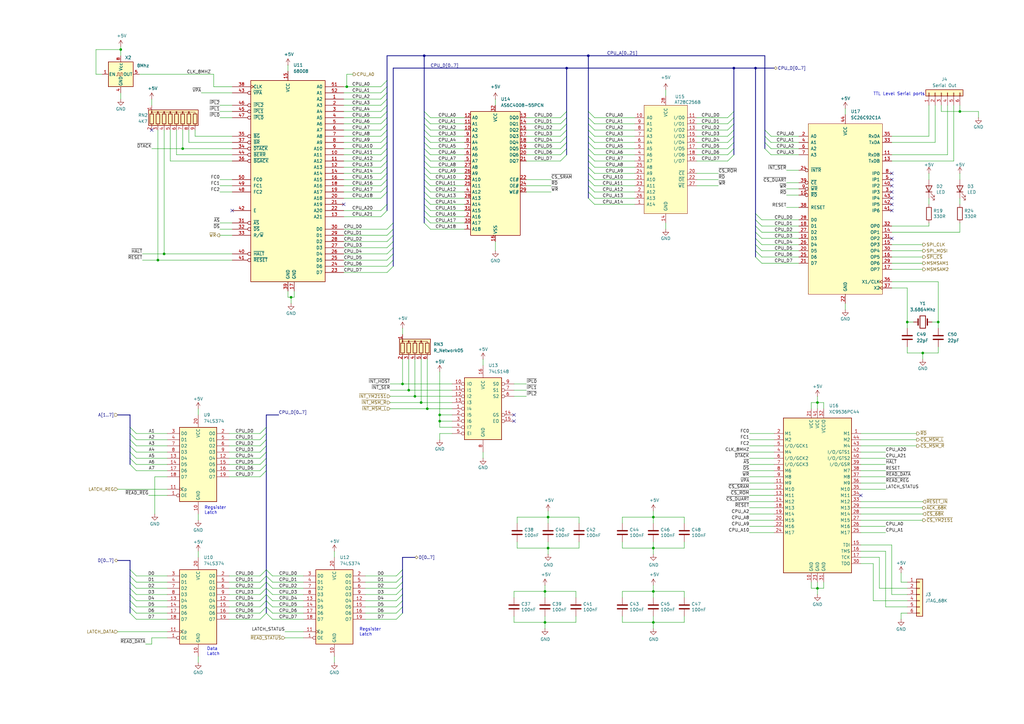
<source format=kicad_sch>
(kicad_sch (version 20231120) (generator "eeschema") (generator_version "8.0")
  (paper "A3")
  (title_block (title "Y Ddraig YM2151 and MSM6258 audio card"))
  (junction (at 119.38 121.92))
  (junction (at 173.99 22.86))
  (junction (at 335.28 241.3))
  (junction (at 180.34 170.18))
  (junction (at 180.34 172.72))
  (junction (at 300.99 27.94))
  (junction (at 267.97 242.57))
  (junction (at 223.52 255.27))
  (junction (at 175.26 167.64))
  (junction (at 267.97 212.09))
  (junction (at 49.53 20.32))
  (junction (at 232.41 27.94))
  (junction (at 167.64 160.02))
  (junction (at 224.79 224.79))
  (junction (at 170.18 162.56))
  (junction (at 241.3 22.86))
  (junction (at 165.1 157.48))
  (junction (at 267.97 255.27))
  (junction (at 142.24 35.56))
  (junction (at 67.31 104.14))
  (junction (at 172.72 165.1))
  (junction (at 393.7 45.72))
  (junction (at 267.97 224.79))
  (junction (at 223.52 242.57))
  (junction (at 378.46 144.78))
  (junction (at 384.81 132.08))
  (junction (at 372.11 132.08))
  (junction (at 64.77 106.68))
  (junction (at 224.79 212.09))
  (junction (at 335.28 165.1))
  (junction (at 74.93 60.96))
  (junction (at 309.88 27.94))
  (no_connect (at 365.76 83.82))
  (no_connect (at 365.76 86.36))
  (no_connect (at 365.76 76.2))
  (no_connect (at 365.76 73.66))
  (no_connect (at 140.97 83.82))
  (no_connect (at 353.06 203.2))
  (no_connect (at 95.25 86.36))
  (no_connect (at 365.76 71.12))
  (no_connect (at 210.82 170.18))
  (no_connect (at 365.76 78.74))
  (no_connect (at 62.23 53.34))
  (no_connect (at 365.76 81.28))
  (no_connect (at 365.76 97.79))
  (no_connect (at 210.82 172.72))
  (bus_entry (at 173.99 71.12) (size 2.54 2.54))
  (bus_entry (at 241.3 55.88) (size 2.54 2.54))
  (bus_entry (at 309.88 95.25) (size 2.54 2.54))
  (bus_entry (at 158.75 40.64) (size -2.54 2.54))
  (bus_entry (at 158.75 55.88) (size -2.54 2.54))
  (bus_entry (at 165.1 241.3) (size -2.54 2.54))
  (bus_entry (at 309.88 90.17) (size 2.54 2.54))
  (bus_entry (at 173.99 50.8) (size 2.54 2.54))
  (bus_entry (at 173.99 63.5) (size 2.54 2.54))
  (bus_entry (at 173.99 81.28) (size 2.54 2.54))
  (bus_entry (at 313.69 60.96) (size 2.54 2.54))
  (bus_entry (at 173.99 55.88) (size 2.54 2.54))
  (bus_entry (at 158.75 48.26) (size -2.54 2.54))
  (bus_entry (at 300.99 48.26) (size -2.54 2.54))
  (bus_entry (at 241.3 45.72) (size 2.54 2.54))
  (bus_entry (at 173.99 60.96) (size 2.54 2.54))
  (bus_entry (at 53.34 246.38) (size 2.54 2.54))
  (bus_entry (at 241.3 81.28) (size 2.54 2.54))
  (bus_entry (at 109.22 177.8) (size -2.54 2.54))
  (bus_entry (at 53.34 180.34) (size 2.54 2.54))
  (bus_entry (at 241.3 76.2) (size 2.54 2.54))
  (bus_entry (at 232.41 50.8) (size -2.54 2.54))
  (bus_entry (at 165.1 236.22) (size -2.54 2.54))
  (bus_entry (at 165.1 251.46) (size -2.54 2.54))
  (bus_entry (at 109.22 241.3) (size -2.54 2.54))
  (bus_entry (at 232.41 55.88) (size -2.54 2.54))
  (bus_entry (at 309.88 100.33) (size 2.54 2.54))
  (bus_entry (at 161.29 99.06) (size -2.54 2.54))
  (bus_entry (at 300.99 45.72) (size -2.54 2.54))
  (bus_entry (at 241.3 63.5) (size 2.54 2.54))
  (bus_entry (at 161.29 106.68) (size -2.54 2.54))
  (bus_entry (at 165.1 238.76) (size -2.54 2.54))
  (bus_entry (at 300.99 60.96) (size -2.54 2.54))
  (bus_entry (at 158.75 45.72) (size -2.54 2.54))
  (bus_entry (at 241.3 50.8) (size 2.54 2.54))
  (bus_entry (at 158.75 38.1) (size -2.54 2.54))
  (bus_entry (at 109.22 243.84) (size -2.54 2.54))
  (bus_entry (at 109.22 193.04) (size -2.54 2.54))
  (bus_entry (at 309.88 97.79) (size 2.54 2.54))
  (bus_entry (at 109.22 185.42) (size -2.54 2.54))
  (bus_entry (at 109.22 180.34) (size -2.54 2.54))
  (bus_entry (at 53.34 177.8) (size 2.54 2.54))
  (bus_entry (at 158.75 71.12) (size -2.54 2.54))
  (bus_entry (at 173.99 48.26) (size 2.54 2.54))
  (bus_entry (at 158.75 53.34) (size -2.54 2.54))
  (bus_entry (at 109.22 175.26) (size -2.54 2.54))
  (bus_entry (at 53.34 236.22) (size 2.54 2.54))
  (bus_entry (at 161.29 93.98) (size -2.54 2.54))
  (bus_entry (at 109.22 238.76) (size -2.54 2.54))
  (bus_entry (at 241.3 48.26) (size 2.54 2.54))
  (bus_entry (at 109.22 246.38) (size 2.54 2.54))
  (bus_entry (at 161.29 109.22) (size -2.54 2.54))
  (bus_entry (at 158.75 43.18) (size -2.54 2.54))
  (bus_entry (at 158.75 66.04) (size -2.54 2.54))
  (bus_entry (at 309.88 92.71) (size 2.54 2.54))
  (bus_entry (at 241.3 60.96) (size 2.54 2.54))
  (bus_entry (at 300.99 58.42) (size -2.54 2.54))
  (bus_entry (at 109.22 251.46) (size 2.54 2.54))
  (bus_entry (at 300.99 55.88) (size -2.54 2.54))
  (bus_entry (at 165.1 243.84) (size -2.54 2.54))
  (bus_entry (at 232.41 48.26) (size -2.54 2.54))
  (bus_entry (at 109.22 182.88) (size -2.54 2.54))
  (bus_entry (at 53.34 241.3) (size 2.54 2.54))
  (bus_entry (at 158.75 63.5) (size -2.54 2.54))
  (bus_entry (at 241.3 73.66) (size 2.54 2.54))
  (bus_entry (at 309.88 105.41) (size 2.54 2.54))
  (bus_entry (at 173.99 76.2) (size 2.54 2.54))
  (bus_entry (at 161.29 101.6) (size -2.54 2.54))
  (bus_entry (at 53.34 187.96) (size 2.54 2.54))
  (bus_entry (at 109.22 233.68) (size 2.54 2.54))
  (bus_entry (at 232.41 58.42) (size -2.54 2.54))
  (bus_entry (at 158.75 33.02) (size -2.54 2.54))
  (bus_entry (at 109.22 238.76) (size 2.54 2.54))
  (bus_entry (at 309.88 87.63) (size 2.54 2.54))
  (bus_entry (at 300.99 53.34) (size -2.54 2.54))
  (bus_entry (at 53.34 182.88) (size 2.54 2.54))
  (bus_entry (at 313.69 55.88) (size 2.54 2.54))
  (bus_entry (at 232.41 53.34) (size -2.54 2.54))
  (bus_entry (at 161.29 96.52) (size -2.54 2.54))
  (bus_entry (at 53.34 251.46) (size 2.54 2.54))
  (bus_entry (at 313.69 58.42) (size 2.54 2.54))
  (bus_entry (at 109.22 246.38) (size -2.54 2.54))
  (bus_entry (at 109.22 190.5) (size -2.54 2.54))
  (bus_entry (at 161.29 104.14) (size -2.54 2.54))
  (bus_entry (at 53.34 233.68) (size 2.54 2.54))
  (bus_entry (at 53.34 248.92) (size 2.54 2.54))
  (bus_entry (at 109.22 187.96) (size -2.54 2.54))
  (bus_entry (at 158.75 35.56) (size -2.54 2.54))
  (bus_entry (at 158.75 68.58) (size -2.54 2.54))
  (bus_entry (at 165.1 248.92) (size -2.54 2.54))
  (bus_entry (at 53.34 185.42) (size 2.54 2.54))
  (bus_entry (at 53.34 238.76) (size 2.54 2.54))
  (bus_entry (at 241.3 68.58) (size 2.54 2.54))
  (bus_entry (at 300.99 63.5) (size -2.54 2.54))
  (bus_entry (at 173.99 83.82) (size 2.54 2.54))
  (bus_entry (at 241.3 71.12) (size 2.54 2.54))
  (bus_entry (at 241.3 58.42) (size 2.54 2.54))
  (bus_entry (at 173.99 88.9) (size 2.54 2.54))
  (bus_entry (at 109.22 236.22) (size 2.54 2.54))
  (bus_entry (at 158.75 83.82) (size -2.54 2.54))
  (bus_entry (at 109.22 243.84) (size 2.54 2.54))
  (bus_entry (at 158.75 76.2) (size -2.54 2.54))
  (bus_entry (at 165.1 233.68) (size -2.54 2.54))
  (bus_entry (at 241.3 78.74) (size 2.54 2.54))
  (bus_entry (at 158.75 86.36) (size -2.54 2.54))
  (bus_entry (at 109.22 248.92) (size -2.54 2.54))
  (bus_entry (at 173.99 53.34) (size 2.54 2.54))
  (bus_entry (at 158.75 58.42) (size -2.54 2.54))
  (bus_entry (at 109.22 236.22) (size -2.54 2.54))
  (bus_entry (at 53.34 243.84) (size 2.54 2.54))
  (bus_entry (at 109.22 251.46) (size -2.54 2.54))
  (bus_entry (at 158.75 78.74) (size -2.54 2.54))
  (bus_entry (at 300.99 50.8) (size -2.54 2.54))
  (bus_entry (at 313.69 53.34) (size 2.54 2.54))
  (bus_entry (at 53.34 175.26) (size 2.54 2.54))
  (bus_entry (at 158.75 60.96) (size -2.54 2.54))
  (bus_entry (at 109.22 233.68) (size -2.54 2.54))
  (bus_entry (at 241.3 66.04) (size 2.54 2.54))
  (bus_entry (at 173.99 66.04) (size 2.54 2.54))
  (bus_entry (at 232.41 45.72) (size -2.54 2.54))
  (bus_entry (at 109.22 241.3) (size 2.54 2.54))
  (bus_entry (at 173.99 73.66) (size 2.54 2.54))
  (bus_entry (at 173.99 68.58) (size 2.54 2.54))
  (bus_entry (at 173.99 91.44) (size 2.54 2.54))
  (bus_entry (at 232.41 63.5) (size -2.54 2.54))
  (bus_entry (at 165.1 246.38) (size -2.54 2.54))
  (bus_entry (at 53.34 190.5) (size 2.54 2.54))
  (bus_entry (at 173.99 58.42) (size 2.54 2.54))
  (bus_entry (at 161.29 91.44) (size -2.54 2.54))
  (bus_entry (at 232.41 60.96) (size -2.54 2.54))
  (bus_entry (at 158.75 73.66) (size -2.54 2.54))
  (bus_entry (at 173.99 78.74) (size 2.54 2.54))
  (bus_entry (at 173.99 45.72) (size 2.54 2.54))
  (bus_entry (at 109.22 248.92) (size 2.54 2.54))
  (bus_entry (at 173.99 86.36) (size 2.54 2.54))
  (bus_entry (at 241.3 53.34) (size 2.54 2.54))
  (bus_entry (at 158.75 50.8) (size -2.54 2.54))
  (bus_entry (at 309.88 102.87) (size 2.54 2.54))
  (wire (pts (xy 55.88 190.5) (xy 68.58 190.5)))
  (wire (pts (xy 39.37 20.32) (xy 49.53 20.32)))
  (bus (pts (xy 109.22 238.76) (xy 109.22 236.22)))
  (wire (pts (xy 82.55 38.1) (xy 95.25 38.1)))
  (wire (pts (xy 165.1 157.48) (xy 185.42 157.48)))
  (wire (pts (xy 140.97 101.6) (xy 158.75 101.6)))
  (wire (pts (xy 365.76 115.57) (xy 384.81 115.57)))
  (wire (pts (xy 312.42 105.41) (xy 327.66 105.41)))
  (wire (pts (xy 369.57 234.95) (xy 369.57 238.76)))
  (wire (pts (xy 335.28 241.3) (xy 337.82 241.3)))
  (wire (pts (xy 353.06 215.9) (xy 363.22 215.9)))
  (bus (pts (xy 109.22 187.96) (xy 109.22 185.42)))
  (wire (pts (xy 260.35 53.34) (xy 243.84 53.34)))
  (wire (pts (xy 167.64 147.32) (xy 167.64 160.02)))
  (wire (pts (xy 332.74 167.64) (xy 332.74 165.1)))
  (bus (pts (xy 241.3 22.86) (xy 241.3 45.72)))
  (bus (pts (xy 161.29 96.52) (xy 161.29 99.06)))
  (wire (pts (xy 165.1 134.62) (xy 165.1 137.16)))
  (wire (pts (xy 116.84 259.08) (xy 124.46 259.08)))
  (wire (pts (xy 62.23 264.16) (xy 62.23 261.62)))
  (wire (pts (xy 335.28 165.1) (xy 335.28 167.64)))
  (wire (pts (xy 119.38 121.92) (xy 120.65 121.92)))
  (wire (pts (xy 353.06 187.96) (xy 363.22 187.96)))
  (wire (pts (xy 353.06 190.5) (xy 363.22 190.5)))
  (bus (pts (xy 158.75 60.96) (xy 158.75 63.5)))
  (wire (pts (xy 198.12 147.32) (xy 198.12 149.86)))
  (bus (pts (xy 313.69 55.88) (xy 313.69 58.42)))
  (wire (pts (xy 93.98 248.92) (xy 106.68 248.92)))
  (wire (pts (xy 346.71 44.45) (xy 346.71 46.99)))
  (bus (pts (xy 53.34 175.26) (xy 53.34 170.18)))
  (wire (pts (xy 140.97 104.14) (xy 158.75 104.14)))
  (wire (pts (xy 210.82 242.57) (xy 210.82 245.11)))
  (wire (pts (xy 160.02 167.64) (xy 175.26 167.64)))
  (bus (pts (xy 109.22 190.5) (xy 109.22 187.96)))
  (bus (pts (xy 158.75 40.64) (xy 158.75 43.18)))
  (wire (pts (xy 312.42 90.17) (xy 327.66 90.17)))
  (wire (pts (xy 55.88 187.96) (xy 68.58 187.96)))
  (wire (pts (xy 386.08 43.18) (xy 386.08 45.72)))
  (wire (pts (xy 372.11 132.08) (xy 372.11 118.11)))
  (wire (pts (xy 365.76 92.71) (xy 381 92.71)))
  (bus (pts (xy 109.22 251.46) (xy 109.22 248.92)))
  (wire (pts (xy 322.58 69.85) (xy 327.66 69.85)))
  (wire (pts (xy 260.35 66.04) (xy 243.84 66.04)))
  (bus (pts (xy 165.1 236.22) (xy 165.1 238.76)))
  (wire (pts (xy 124.46 248.92) (xy 111.76 248.92)))
  (wire (pts (xy 365.76 118.11) (xy 372.11 118.11)))
  (wire (pts (xy 260.35 63.5) (xy 243.84 63.5)))
  (wire (pts (xy 332.74 165.1) (xy 335.28 165.1)))
  (wire (pts (xy 93.98 195.58) (xy 106.68 195.58)))
  (wire (pts (xy 190.5 86.36) (xy 176.53 86.36)))
  (bus (pts (xy 158.75 55.88) (xy 158.75 58.42)))
  (bus (pts (xy 173.99 50.8) (xy 173.99 53.34)))
  (wire (pts (xy 190.5 63.5) (xy 176.53 63.5)))
  (wire (pts (xy 280.67 245.11) (xy 280.67 242.57)))
  (wire (pts (xy 260.35 78.74) (xy 243.84 78.74)))
  (bus (pts (xy 158.75 83.82) (xy 158.75 86.36)))
  (bus (pts (xy 158.75 63.5) (xy 158.75 66.04)))
  (wire (pts (xy 285.75 73.66) (xy 294.64 73.66)))
  (wire (pts (xy 55.88 180.34) (xy 68.58 180.34)))
  (wire (pts (xy 280.67 242.57) (xy 267.97 242.57)))
  (wire (pts (xy 93.98 177.8) (xy 106.68 177.8)))
  (bus (pts (xy 53.34 251.46) (xy 53.34 248.92)))
  (wire (pts (xy 285.75 53.34) (xy 298.45 53.34)))
  (wire (pts (xy 223.52 252.73) (xy 223.52 255.27)))
  (bus (pts (xy 165.1 233.68) (xy 165.1 236.22)))
  (wire (pts (xy 210.82 160.02) (xy 215.9 160.02)))
  (wire (pts (xy 212.09 212.09) (xy 212.09 214.63)))
  (wire (pts (xy 180.34 175.26) (xy 180.34 172.72)))
  (bus (pts (xy 173.99 66.04) (xy 173.99 68.58)))
  (wire (pts (xy 215.9 63.5) (xy 229.87 63.5)))
  (wire (pts (xy 140.97 53.34) (xy 156.21 53.34)))
  (wire (pts (xy 215.9 55.88) (xy 229.87 55.88)))
  (wire (pts (xy 353.06 208.28) (xy 378.46 208.28)))
  (wire (pts (xy 322.58 80.01) (xy 327.66 80.01)))
  (wire (pts (xy 67.31 104.14) (xy 95.25 104.14)))
  (wire (pts (xy 140.97 86.36) (xy 156.21 86.36)))
  (wire (pts (xy 162.56 238.76) (xy 149.86 238.76)))
  (wire (pts (xy 118.11 121.92) (xy 119.38 121.92)))
  (wire (pts (xy 140.97 93.98) (xy 158.75 93.98)))
  (wire (pts (xy 140.97 45.72) (xy 156.21 45.72)))
  (wire (pts (xy 190.5 53.34) (xy 176.53 53.34)))
  (wire (pts (xy 160.02 162.56) (xy 170.18 162.56)))
  (wire (pts (xy 162.56 236.22) (xy 149.86 236.22)))
  (wire (pts (xy 386.08 45.72) (xy 393.7 45.72)))
  (wire (pts (xy 55.88 254) (xy 68.58 254)))
  (bus (pts (xy 158.75 58.42) (xy 158.75 60.96)))
  (wire (pts (xy 307.34 200.66) (xy 317.5 200.66)))
  (bus (pts (xy 53.34 187.96) (xy 53.34 190.5)))
  (wire (pts (xy 170.18 162.56) (xy 185.42 162.56)))
  (bus (pts (xy 173.99 60.96) (xy 173.99 63.5)))
  (wire (pts (xy 365.76 223.52) (xy 365.76 243.84)))
  (wire (pts (xy 369.57 238.76) (xy 372.11 238.76)))
  (wire (pts (xy 285.75 63.5) (xy 298.45 63.5)))
  (wire (pts (xy 267.97 242.57) (xy 267.97 245.11)))
  (wire (pts (xy 93.98 185.42) (xy 106.68 185.42)))
  (bus (pts (xy 241.3 48.26) (xy 241.3 50.8)))
  (wire (pts (xy 210.82 162.56) (xy 215.9 162.56)))
  (wire (pts (xy 353.06 177.8) (xy 375.92 177.8)))
  (wire (pts (xy 172.72 165.1) (xy 185.42 165.1)))
  (wire (pts (xy 95.25 63.5) (xy 72.39 63.5)))
  (wire (pts (xy 369.57 251.46) (xy 372.11 251.46)))
  (wire (pts (xy 90.17 91.44) (xy 95.25 91.44)))
  (wire (pts (xy 316.23 55.88) (xy 327.66 55.88)))
  (wire (pts (xy 62.23 40.64) (xy 62.23 43.18)))
  (wire (pts (xy 55.88 182.88) (xy 68.58 182.88)))
  (wire (pts (xy 160.02 157.48) (xy 165.1 157.48)))
  (wire (pts (xy 190.5 55.88) (xy 176.53 55.88)))
  (wire (pts (xy 223.52 255.27) (xy 223.52 257.81)))
  (bus (pts (xy 232.41 45.72) (xy 232.41 27.94)))
  (bus (pts (xy 173.99 63.5) (xy 173.99 66.04)))
  (wire (pts (xy 64.77 106.68) (xy 95.25 106.68)))
  (wire (pts (xy 58.42 106.68) (xy 64.77 106.68)))
  (wire (pts (xy 224.79 224.79) (xy 237.49 224.79)))
  (bus (pts (xy 241.3 73.66) (xy 241.3 76.2)))
  (wire (pts (xy 312.42 97.79) (xy 327.66 97.79)))
  (wire (pts (xy 255.27 242.57) (xy 267.97 242.57)))
  (bus (pts (xy 165.1 246.38) (xy 165.1 248.92)))
  (wire (pts (xy 363.22 248.92) (xy 372.11 248.92)))
  (wire (pts (xy 87.63 30.48) (xy 87.63 35.56)))
  (wire (pts (xy 140.97 60.96) (xy 156.21 60.96)))
  (wire (pts (xy 285.75 71.12) (xy 294.64 71.12)))
  (bus (pts (xy 109.22 243.84) (xy 109.22 241.3)))
  (wire (pts (xy 140.97 73.66) (xy 156.21 73.66)))
  (bus (pts (xy 109.22 182.88) (xy 109.22 180.34)))
  (wire (pts (xy 285.75 76.2) (xy 294.64 76.2)))
  (wire (pts (xy 285.75 66.04) (xy 298.45 66.04)))
  (wire (pts (xy 93.98 243.84) (xy 106.68 243.84)))
  (wire (pts (xy 285.75 48.26) (xy 298.45 48.26)))
  (wire (pts (xy 140.97 76.2) (xy 156.21 76.2)))
  (bus (pts (xy 109.22 193.04) (xy 109.22 190.5)))
  (bus (pts (xy 158.75 76.2) (xy 158.75 78.74)))
  (wire (pts (xy 95.25 66.04) (xy 69.85 66.04)))
  (wire (pts (xy 255.27 255.27) (xy 267.97 255.27)))
  (wire (pts (xy 307.34 203.2) (xy 317.5 203.2)))
  (bus (pts (xy 158.75 71.12) (xy 158.75 73.66)))
  (wire (pts (xy 215.9 76.2) (xy 226.06 76.2)))
  (wire (pts (xy 237.49 214.63) (xy 237.49 212.09)))
  (bus (pts (xy 165.1 241.3) (xy 165.1 243.84)))
  (wire (pts (xy 167.64 160.02) (xy 185.42 160.02)))
  (wire (pts (xy 170.18 147.32) (xy 170.18 162.56)))
  (wire (pts (xy 255.27 224.79) (xy 267.97 224.79)))
  (wire (pts (xy 307.34 210.82) (xy 317.5 210.82)))
  (bus (pts (xy 158.75 78.74) (xy 158.75 83.82)))
  (wire (pts (xy 80.01 55.88) (xy 80.01 53.34)))
  (wire (pts (xy 285.75 58.42) (xy 298.45 58.42)))
  (bus (pts (xy 158.75 48.26) (xy 158.75 50.8)))
  (wire (pts (xy 124.46 236.22) (xy 111.76 236.22)))
  (wire (pts (xy 307.34 177.8) (xy 317.5 177.8)))
  (wire (pts (xy 95.25 60.96) (xy 74.93 60.96)))
  (wire (pts (xy 58.42 104.14) (xy 67.31 104.14)))
  (wire (pts (xy 140.97 71.12) (xy 156.21 71.12)))
  (wire (pts (xy 215.9 53.34) (xy 229.87 53.34)))
  (wire (pts (xy 124.46 243.84) (xy 111.76 243.84)))
  (wire (pts (xy 90.17 76.2) (xy 95.25 76.2)))
  (bus (pts (xy 241.3 63.5) (xy 241.3 66.04)))
  (wire (pts (xy 316.23 58.42) (xy 327.66 58.42)))
  (wire (pts (xy 55.88 243.84) (xy 68.58 243.84)))
  (wire (pts (xy 203.2 99.06) (xy 203.2 102.87)))
  (wire (pts (xy 360.68 228.6) (xy 353.06 228.6)))
  (wire (pts (xy 119.38 121.92) (xy 119.38 124.46)))
  (bus (pts (xy 241.3 55.88) (xy 241.3 58.42)))
  (wire (pts (xy 353.06 205.74) (xy 378.46 205.74)))
  (wire (pts (xy 393.7 71.12) (xy 393.7 73.66)))
  (wire (pts (xy 384.81 144.78) (xy 384.81 142.24)))
  (wire (pts (xy 285.75 55.88) (xy 298.45 55.88)))
  (wire (pts (xy 224.79 209.55) (xy 224.79 212.09)))
  (wire (pts (xy 140.97 68.58) (xy 156.21 68.58)))
  (bus (pts (xy 161.29 104.14) (xy 161.29 106.68)))
  (wire (pts (xy 93.98 246.38) (xy 106.68 246.38)))
  (wire (pts (xy 87.63 35.56) (xy 95.25 35.56)))
  (wire (pts (xy 260.35 68.58) (xy 243.84 68.58)))
  (wire (pts (xy 391.16 66.04) (xy 391.16 43.18)))
  (bus (pts (xy 161.29 93.98) (xy 161.29 96.52)))
  (wire (pts (xy 212.09 224.79) (xy 212.09 222.25)))
  (bus (pts (xy 300.99 58.42) (xy 300.99 60.96)))
  (wire (pts (xy 190.5 58.42) (xy 176.53 58.42)))
  (wire (pts (xy 90.17 43.18) (xy 95.25 43.18)))
  (wire (pts (xy 215.9 73.66) (xy 226.06 73.66)))
  (bus (pts (xy 161.29 27.94) (xy 161.29 91.44)))
  (wire (pts (xy 190.5 76.2) (xy 176.53 76.2)))
  (wire (pts (xy 90.17 96.52) (xy 95.25 96.52)))
  (wire (pts (xy 267.97 212.09) (xy 267.97 214.63)))
  (wire (pts (xy 267.97 222.25) (xy 267.97 224.79)))
  (wire (pts (xy 280.67 214.63) (xy 280.67 212.09)))
  (wire (pts (xy 190.5 71.12) (xy 176.53 71.12)))
  (wire (pts (xy 160.02 165.1) (xy 172.72 165.1)))
  (bus (pts (xy 309.88 102.87) (xy 309.88 105.41)))
  (bus (pts (xy 48.26 229.87) (xy 53.34 229.87)))
  (bus (pts (xy 173.99 88.9) (xy 173.99 91.44)))
  (wire (pts (xy 165.1 147.32) (xy 165.1 157.48)))
  (wire (pts (xy 260.35 71.12) (xy 243.84 71.12)))
  (wire (pts (xy 162.56 248.92) (xy 149.86 248.92)))
  (bus (pts (xy 232.41 50.8) (xy 232.41 53.34)))
  (wire (pts (xy 55.88 236.22) (xy 68.58 236.22)))
  (wire (pts (xy 346.71 124.46) (xy 346.71 127)))
  (wire (pts (xy 285.75 50.8) (xy 298.45 50.8)))
  (bus (pts (xy 161.29 91.44) (xy 161.29 93.98)))
  (bus (pts (xy 109.22 248.92) (xy 109.22 246.38)))
  (wire (pts (xy 180.34 172.72) (xy 185.42 172.72)))
  (bus (pts (xy 173.99 68.58) (xy 173.99 71.12)))
  (wire (pts (xy 93.98 187.96) (xy 106.68 187.96)))
  (bus (pts (xy 173.99 71.12) (xy 173.99 73.66)))
  (bus (pts (xy 53.34 185.42) (xy 53.34 182.88)))
  (bus (pts (xy 241.3 71.12) (xy 241.3 73.66)))
  (wire (pts (xy 55.88 177.8) (xy 68.58 177.8)))
  (wire (pts (xy 365.76 107.95) (xy 378.46 107.95)))
  (wire (pts (xy 365.76 105.41) (xy 378.46 105.41)))
  (wire (pts (xy 140.97 63.5) (xy 156.21 63.5)))
  (wire (pts (xy 140.97 50.8) (xy 156.21 50.8)))
  (wire (pts (xy 332.74 241.3) (xy 335.28 241.3)))
  (bus (pts (xy 300.99 53.34) (xy 300.99 55.88)))
  (wire (pts (xy 59.69 264.16) (xy 62.23 264.16)))
  (wire (pts (xy 236.22 252.73) (xy 236.22 255.27)))
  (wire (pts (xy 307.34 215.9) (xy 317.5 215.9)))
  (wire (pts (xy 280.67 222.25) (xy 280.67 224.79)))
  (bus (pts (xy 173.99 55.88) (xy 173.99 58.42)))
  (wire (pts (xy 190.5 93.98) (xy 176.53 93.98)))
  (bus (pts (xy 173.99 81.28) (xy 173.99 83.82)))
  (wire (pts (xy 267.97 255.27) (xy 280.67 255.27)))
  (wire (pts (xy 49.53 20.32) (xy 49.53 22.86)))
  (bus (pts (xy 161.29 106.68) (xy 161.29 109.22)))
  (bus (pts (xy 173.99 73.66) (xy 173.99 76.2)))
  (wire (pts (xy 365.76 58.42) (xy 383.54 58.42)))
  (wire (pts (xy 223.52 242.57) (xy 210.82 242.57)))
  (wire (pts (xy 236.22 242.57) (xy 223.52 242.57)))
  (bus (pts (xy 300.99 27.94) (xy 300.99 45.72)))
  (wire (pts (xy 365.76 55.88) (xy 381 55.88)))
  (wire (pts (xy 190.5 78.74) (xy 176.53 78.74)))
  (bus (pts (xy 109.22 236.22) (xy 109.22 233.68)))
  (bus (pts (xy 170.18 228.6) (xy 165.1 228.6)))
  (bus (pts (xy 232.41 27.94) (xy 300.99 27.94)))
  (bus (pts (xy 53.34 182.88) (xy 53.34 180.34)))
  (bus (pts (xy 300.99 60.96) (xy 300.99 63.5)))
  (wire (pts (xy 353.06 198.12) (xy 363.22 198.12)))
  (wire (pts (xy 260.35 83.82) (xy 243.84 83.82)))
  (wire (pts (xy 90.17 45.72) (xy 95.25 45.72)))
  (wire (pts (xy 81.28 269.24) (xy 81.28 271.78)))
  (bus (pts (xy 309.88 27.94) (xy 317.5 27.94)))
  (wire (pts (xy 124.46 251.46) (xy 111.76 251.46)))
  (wire (pts (xy 273.05 36.83) (xy 273.05 39.37)))
  (wire (pts (xy 162.56 241.3) (xy 149.86 241.3)))
  (bus (pts (xy 158.75 73.66) (xy 158.75 76.2)))
  (wire (pts (xy 48.26 259.08) (xy 68.58 259.08)))
  (wire (pts (xy 223.52 240.03) (xy 223.52 242.57)))
  (wire (pts (xy 140.97 78.74) (xy 156.21 78.74)))
  (wire (pts (xy 64.77 53.34) (xy 64.77 106.68)))
  (bus (pts (xy 48.26 170.18) (xy 53.34 170.18)))
  (bus (pts (xy 173.99 78.74) (xy 173.99 81.28)))
  (wire (pts (xy 332.74 238.76) (xy 332.74 241.3)))
  (bus (pts (xy 241.3 22.86) (xy 313.69 22.86)))
  (bus (pts (xy 53.34 238.76) (xy 53.34 236.22)))
  (wire (pts (xy 372.11 132.08) (xy 374.65 132.08)))
  (bus (pts (xy 241.3 76.2) (xy 241.3 78.74)))
  (wire (pts (xy 335.28 241.3) (xy 335.28 243.84)))
  (wire (pts (xy 142.24 35.56) (xy 156.21 35.56)))
  (bus (pts (xy 161.29 101.6) (xy 161.29 104.14)))
  (bus (pts (xy 309.88 100.33) (xy 309.88 102.87)))
  (wire (pts (xy 63.5 210.82) (xy 63.5 195.58)))
  (wire (pts (xy 365.76 243.84) (xy 372.11 243.84)))
  (wire (pts (xy 388.62 63.5) (xy 388.62 43.18)))
  (bus (pts (xy 309.88 27.94) (xy 309.88 87.63)))
  (bus (pts (xy 173.99 48.26) (xy 173.99 50.8)))
  (wire (pts (xy 273.05 91.44) (xy 273.05 93.98)))
  (wire (pts (xy 381 92.71) (xy 381 91.44)))
  (bus (pts (xy 158.75 38.1) (xy 158.75 40.64)))
  (wire (pts (xy 335.28 238.76) (xy 335.28 241.3)))
  (wire (pts (xy 190.5 68.58) (xy 176.53 68.58)))
  (wire (pts (xy 160.02 160.02) (xy 167.64 160.02)))
  (wire (pts (xy 118.11 26.67) (xy 118.11 29.21)))
  (wire (pts (xy 175.26 167.64) (xy 185.42 167.64)))
  (wire (pts (xy 118.11 119.38) (xy 118.11 121.92)))
  (bus (pts (xy 173.99 22.86) (xy 241.3 22.86)))
  (wire (pts (xy 260.35 50.8) (xy 243.84 50.8)))
  (wire (pts (xy 162.56 243.84) (xy 149.86 243.84)))
  (wire (pts (xy 382.27 132.08) (xy 384.81 132.08)))
  (bus (pts (xy 161.29 27.94) (xy 232.41 27.94)))
  (wire (pts (xy 307.34 195.58) (xy 317.5 195.58)))
  (bus (pts (xy 158.75 33.02) (xy 158.75 22.86)))
  (bus (pts (xy 53.34 241.3) (xy 53.34 238.76)))
  (wire (pts (xy 353.06 180.34) (xy 375.92 180.34)))
  (wire (pts (xy 190.5 81.28) (xy 176.53 81.28)))
  (wire (pts (xy 120.65 121.92) (xy 120.65 119.38)))
  (wire (pts (xy 353.06 200.66) (xy 363.22 200.66)))
  (bus (pts (xy 232.41 60.96) (xy 232.41 63.5)))
  (bus (pts (xy 313.69 22.86) (xy 313.69 53.34)))
  (bus (pts (xy 158.75 22.86) (xy 173.99 22.86)))
  (bus (pts (xy 53.34 248.92) (xy 53.34 246.38)))
  (bus (pts (xy 53.34 236.22) (xy 53.34 233.68)))
  (wire (pts (xy 360.68 241.3) (xy 360.68 228.6)))
  (wire (pts (xy 267.97 209.55) (xy 267.97 212.09)))
  (wire (pts (xy 124.46 241.3) (xy 111.76 241.3)))
  (bus (pts (xy 109.22 241.3) (xy 109.22 238.76)))
  (wire (pts (xy 237.49 222.25) (xy 237.49 224.79)))
  (wire (pts (xy 81.28 210.82) (xy 81.28 213.36)))
  (bus (pts (xy 53.34 246.38) (xy 53.34 243.84)))
  (bus (pts (xy 109.22 177.8) (xy 109.22 175.26)))
  (wire (pts (xy 372.11 142.24) (xy 372.11 144.78)))
  (bus (pts (xy 53.34 229.87) (xy 53.34 233.68)))
  (wire (pts (xy 224.79 222.25) (xy 224.79 224.79)))
  (wire (pts (xy 93.98 180.34) (xy 106.68 180.34)))
  (wire (pts (xy 162.56 246.38) (xy 149.86 246.38)))
  (wire (pts (xy 267.97 224.79) (xy 267.97 227.33)))
  (bus (pts (xy 309.88 97.79) (xy 309.88 100.33)))
  (wire (pts (xy 307.34 213.36) (xy 317.5 213.36)))
  (wire (pts (xy 190.5 73.66) (xy 176.53 73.66)))
  (wire (pts (xy 49.53 38.1) (xy 49.53 40.64)))
  (wire (pts (xy 62.23 261.62) (xy 68.58 261.62)))
  (wire (pts (xy 260.35 60.96) (xy 243.84 60.96)))
  (wire (pts (xy 140.97 55.88) (xy 156.21 55.88)))
  (wire (pts (xy 180.34 172.72) (xy 180.34 170.18)))
  (bus (pts (xy 300.99 45.72) (xy 300.99 48.26)))
  (wire (pts (xy 93.98 254) (xy 106.68 254)))
  (wire (pts (xy 124.46 246.38) (xy 111.76 246.38)))
  (bus (pts (xy 158.75 33.02) (xy 158.75 35.56)))
  (wire (pts (xy 67.31 53.34) (xy 67.31 104.14)))
  (bus (pts (xy 241.3 58.42) (xy 241.3 60.96)))
  (wire (pts (xy 140.97 111.76) (xy 158.75 111.76)))
  (wire (pts (xy 381 55.88) (xy 381 43.18)))
  (wire (pts (xy 267.97 240.03) (xy 267.97 242.57)))
  (bus (pts (xy 173.99 76.2) (xy 173.99 78.74)))
  (bus (pts (xy 309.88 95.25) (xy 309.88 97.79)))
  (wire (pts (xy 93.98 238.76) (xy 106.68 238.76)))
  (wire (pts (xy 353.06 226.06) (xy 363.22 226.06)))
  (wire (pts (xy 312.42 95.25) (xy 327.66 95.25)))
  (bus (pts (xy 309.88 92.71) (xy 309.88 95.25)))
  (wire (pts (xy 372.11 241.3) (xy 360.68 241.3)))
  (wire (pts (xy 353.06 185.42) (xy 363.22 185.42)))
  (wire (pts (xy 140.97 40.64) (xy 156.21 40.64)))
  (wire (pts (xy 190.5 91.44) (xy 176.53 91.44)))
  (bus (pts (xy 300.99 48.26) (xy 300.99 50.8)))
  (wire (pts (xy 212.09 212.09) (xy 224.79 212.09)))
  (wire (pts (xy 49.53 19.05) (xy 49.53 20.32)))
  (wire (pts (xy 337.82 165.1) (xy 337.82 167.64)))
  (wire (pts (xy 137.16 226.06) (xy 137.16 228.6)))
  (wire (pts (xy 140.97 48.26) (xy 156.21 48.26)))
  (wire (pts (xy 57.15 30.48) (xy 87.63 30.48)))
  (wire (pts (xy 55.88 185.42) (xy 68.58 185.42)))
  (wire (pts (xy 55.88 251.46) (xy 68.58 251.46)))
  (wire (pts (xy 260.35 76.2) (xy 243.84 76.2)))
  (wire (pts (xy 381 81.28) (xy 381 83.82)))
  (bus (pts (xy 109.22 180.34) (xy 109.22 177.8)))
  (bus (pts (xy 300.99 50.8) (xy 300.99 53.34)))
  (wire (pts (xy 55.88 246.38) (xy 68.58 246.38)))
  (wire (pts (xy 210.82 255.27) (xy 210.82 252.73)))
  (wire (pts (xy 198.12 185.42) (xy 198.12 187.96)))
  (wire (pts (xy 353.06 193.04) (xy 363.22 193.04)))
  (bus (pts (xy 173.99 53.34) (xy 173.99 55.88)))
  (wire (pts (xy 140.97 66.04) (xy 156.21 66.04)))
  (wire (pts (xy 353.06 218.44) (xy 363.22 218.44)))
  (bus (pts (xy 165.1 248.92) (xy 165.1 251.46)))
  (wire (pts (xy 140.97 58.42) (xy 156.21 58.42)))
  (wire (pts (xy 255.27 212.09) (xy 255.27 214.63)))
  (wire (pts (xy 224.79 212.09) (xy 224.79 214.63)))
  (bus (pts (xy 109.22 170.18) (xy 114.3 170.18)))
  (wire (pts (xy 223.52 255.27) (xy 236.22 255.27)))
  (wire (pts (xy 393.7 81.28) (xy 393.7 83.82)))
  (wire (pts (xy 365.76 110.49) (xy 378.46 110.49)))
  (wire (pts (xy 124.46 238.76) (xy 111.76 238.76)))
  (wire (pts (xy 384.81 134.62) (xy 384.81 132.08)))
  (wire (pts (xy 365.76 66.04) (xy 391.16 66.04)))
  (wire (pts (xy 237.49 212.09) (xy 224.79 212.09)))
  (wire (pts (xy 124.46 254) (xy 111.76 254)))
  (wire (pts (xy 353.06 223.52) (xy 365.76 223.52)))
  (bus (pts (xy 173.99 83.82) (xy 173.99 86.36)))
  (wire (pts (xy 140.97 35.56) (xy 142.24 35.56)))
  (bus (pts (xy 53.34 180.34) (xy 53.34 177.8)))
  (wire (pts (xy 307.34 187.96) (xy 317.5 187.96)))
  (wire (pts (xy 372.11 144.78) (xy 378.46 144.78)))
  (wire (pts (xy 223.52 242.57) (xy 223.52 245.11)))
  (wire (pts (xy 137.16 269.24) (xy 137.16 271.78)))
  (wire (pts (xy 393.7 43.18) (xy 393.7 45.72)))
  (wire (pts (xy 95.25 58.42) (xy 77.47 58.42)))
  (bus (pts (xy 300.99 55.88) (xy 300.99 58.42)))
  (bus (pts (xy 53.34 243.84) (xy 53.34 241.3)))
  (wire (pts (xy 39.37 20.32) (xy 39.37 30.48)))
  (wire (pts (xy 285.75 60.96) (xy 298.45 60.96)))
  (wire (pts (xy 81.28 226.06) (xy 81.28 228.6)))
  (bus (pts (xy 313.69 53.34) (xy 313.69 55.88)))
  (bus (pts (xy 158.75 50.8) (xy 158.75 53.34)))
  (wire (pts (xy 203.2 40.64) (xy 203.2 43.18)))
  (wire (pts (xy 353.06 231.14) (xy 358.14 231.14)))
  (bus (pts (xy 232.41 58.42) (xy 232.41 60.96)))
  (wire (pts (xy 175.26 147.32) (xy 175.26 167.64)))
  (wire (pts (xy 39.37 30.48) (xy 41.91 30.48)))
  (wire (pts (xy 255.27 242.57) (xy 255.27 245.11)))
  (wire (pts (xy 190.5 60.96) (xy 176.53 60.96)))
  (wire (pts (xy 353.06 195.58) (xy 363.22 195.58)))
  (wire (pts (xy 180.34 170.18) (xy 185.42 170.18)))
  (wire (pts (xy 307.34 190.5) (xy 317.5 190.5)))
  (bus (pts (xy 241.3 50.8) (xy 241.3 53.34)))
  (wire (pts (xy 93.98 190.5) (xy 106.68 190.5)))
  (bus (pts (xy 161.29 99.06) (xy 161.29 101.6)))
  (wire (pts (xy 180.34 180.34) (xy 180.34 177.8)))
  (wire (pts (xy 316.23 63.5) (xy 327.66 63.5)))
  (wire (pts (xy 215.9 66.04) (xy 229.87 66.04)))
  (wire (pts (xy 142.24 30.48) (xy 144.78 30.48)))
  (wire (pts (xy 90.17 48.26) (xy 95.25 48.26)))
  (wire (pts (xy 312.42 107.95) (xy 327.66 107.95)))
  (wire (pts (xy 255.27 224.79) (xy 255.27 222.25)))
  (wire (pts (xy 90.17 73.66) (xy 95.25 73.66)))
  (wire (pts (xy 236.22 245.11) (xy 236.22 242.57)))
  (wire (pts (xy 322.58 77.47) (xy 327.66 77.47)))
  (wire (pts (xy 378.46 144.78) (xy 384.81 144.78)))
  (wire (pts (xy 142.24 35.56) (xy 142.24 30.48)))
  (bus (pts (xy 109.22 185.42) (xy 109.22 182.88)))
  (wire (pts (xy 93.98 193.04) (xy 106.68 193.04)))
  (bus (pts (xy 232.41 45.72) (xy 232.41 48.26)))
  (wire (pts (xy 90.17 78.74) (xy 95.25 78.74)))
  (bus (pts (xy 53.34 177.8) (xy 53.34 175.26)))
  (wire (pts (xy 74.93 60.96) (xy 74.93 53.34)))
  (wire (pts (xy 72.39 53.34) (xy 72.39 63.5)))
  (wire (pts (xy 190.5 66.04) (xy 176.53 66.04)))
  (wire (pts (xy 280.67 212.09) (xy 267.97 212.09)))
  (wire (pts (xy 60.96 203.2) (xy 68.58 203.2)))
  (wire (pts (xy 358.14 246.38) (xy 372.11 246.38)))
  (wire (pts (xy 260.35 58.42) (xy 243.84 58.42)))
  (wire (pts (xy 307.34 182.88) (xy 317.5 182.88)))
  (wire (pts (xy 267.97 252.73) (xy 267.97 255.27)))
  (bus (pts (xy 173.99 45.72) (xy 173.99 48.26)))
  (wire (pts (xy 116.84 261.62) (xy 124.46 261.62)))
  (wire (pts (xy 307.34 205.74) (xy 317.5 205.74)))
  (wire (pts (xy 365.76 95.25) (xy 393.7 95.25)))
  (wire (pts (xy 140.97 81.28) (xy 156.21 81.28)))
  (wire (pts (xy 215.9 50.8) (xy 229.87 50.8)))
  (wire (pts (xy 180.34 177.8) (xy 185.42 177.8)))
  (wire (pts (xy 140.97 96.52) (xy 158.75 96.52)))
  (wire (pts (xy 365.76 100.33) (xy 378.46 100.33)))
  (wire (pts (xy 307.34 198.12) (xy 317.5 198.12)))
  (wire (pts (xy 312.42 92.71) (xy 327.66 92.71)))
  (wire (pts (xy 267.97 255.27) (xy 267.97 257.81)))
  (bus (pts (xy 158.75 45.72) (xy 158.75 48.26)))
  (wire (pts (xy 190.5 88.9) (xy 176.53 88.9)))
  (wire (pts (xy 210.82 157.48) (xy 215.9 157.48)))
  (bus (pts (xy 241.3 45.72) (xy 241.3 48.26)))
  (wire (pts (xy 322.58 74.93) (xy 327.66 74.93)))
  (bus (pts (xy 173.99 22.86) (xy 173.99 45.72)))
  (wire (pts (xy 307.34 185.42) (xy 317.5 185.42)))
  (bus (pts (xy 241.3 78.74) (xy 241.3 81.28)))
  (bus (pts (xy 109.22 233.68) (xy 109.22 193.04)))
  (bus (pts (xy 241.3 60.96) (xy 241.3 63.5)))
  (wire (pts (xy 140.97 88.9) (xy 156.21 88.9)))
  (bus (pts (xy 241.3 53.34) (xy 241.3 55.88)))
  (wire (pts (xy 215.9 48.26) (xy 229.87 48.26)))
  (wire (pts (xy 63.5 195.58) (xy 68.58 195.58)))
  (wire (pts (xy 401.32 45.72) (xy 401.32 48.26)))
  (wire (pts (xy 55.88 193.04) (xy 68.58 193.04)))
  (bus (pts (xy 232.41 48.26) (xy 232.41 50.8)))
  (wire (pts (xy 95.25 55.88) (xy 80.01 55.88)))
  (wire (pts (xy 267.97 212.09) (xy 255.27 212.09)))
  (wire (pts (xy 312.42 100.33) (xy 327.66 100.33)))
  (wire (pts (xy 393.7 45.72) (xy 401.32 45.72)))
  (wire (pts (xy 383.54 58.42) (xy 383.54 43.18)))
  (bus (pts (xy 173.99 58.42) (xy 173.99 60.96)))
  (wire (pts (xy 210.82 255.27) (xy 223.52 255.27)))
  (bus (pts (xy 313.69 58.42) (xy 313.69 60.96)))
  (bus (pts (xy 309.88 90.17) (xy 309.88 92.71)))
  (wire (pts (xy 215.9 58.42) (xy 229.87 58.42)))
  (wire (pts (xy 307.34 193.04) (xy 317.5 193.04)))
  (wire (pts (xy 93.98 236.22) (xy 106.68 236.22)))
  (bus (pts (xy 309.88 27.94) (xy 300.99 27.94)))
  (wire (pts (xy 190.5 83.82) (xy 176.53 83.82)))
  (wire (pts (xy 335.28 162.56) (xy 335.28 165.1)))
  (wire (pts (xy 316.23 60.96) (xy 327.66 60.96)))
  (bus (pts (xy 309.88 87.63) (xy 309.88 90.17)))
  (wire (pts (xy 69.85 66.04) (xy 69.85 53.34)))
  (wire (pts (xy 180.34 170.18) (xy 180.34 152.4)))
  (wire (pts (xy 190.5 50.8) (xy 176.53 50.8)))
  (wire (pts (xy 260.35 73.66) (xy 243.84 73.66)))
  (wire (pts (xy 140.97 109.22) (xy 158.75 109.22)))
  (wire (pts (xy 140.97 99.06) (xy 158.75 99.06)))
  (wire (pts (xy 372.11 134.62) (xy 372.11 132.08)))
  (wire (pts (xy 55.88 241.3) (xy 68.58 241.3)))
  (wire (pts (xy 212.09 224.79) (xy 224.79 224.79)))
  (wire (pts (xy 215.9 60.96) (xy 229.87 60.96)))
  (wire (pts (xy 55.88 238.76) (xy 68.58 238.76)))
  (wire (pts (xy 369.57 254) (xy 369.57 251.46)))
  (bus (pts (xy 165.1 238.76) (xy 165.1 241.3)))
  (wire (pts (xy 280.67 252.73) (xy 280.67 255.27)))
  (wire (pts (xy 62.23 60.96) (xy 74.93 60.96)))
  (wire (pts (xy 255.27 255.27) (xy 255.27 252.73)))
  (bus (pts (xy 165.1 243.84) (xy 165.1 246.38)))
  (bus (pts (xy 232.41 53.34) (xy 232.41 55.88)))
  (wire (pts (xy 55.88 248.92) (xy 68.58 248.92)))
  (wire (pts (xy 185.42 175.26) (xy 180.34 175.26)))
  (wire (pts (xy 335.28 165.1) (xy 337.82 165.1)))
  (wire (pts (xy 93.98 241.3) (xy 106.68 241.3)))
  (bus (pts (xy 53.34 187.96) (xy 53.34 185.42)))
  (wire (pts (xy 260.35 55.88) (xy 243.84 55.88)))
  (wire (pts (xy 81.28 167.64) (xy 81.28 170.18)))
  (bus (pts (xy 241.3 66.04) (xy 241.3 68.58)))
  (wire (pts (xy 162.56 251.46) (xy 149.86 251.46)))
  (bus (pts (xy 109.22 175.26) (xy 109.22 170.18)))
  (bus (pts (xy 241.3 68.58) (xy 241.3 71.12)))
  (wire (pts (xy 162.56 254) (xy 149.86 254)))
  (bus (pts (xy 165.1 233.68) (xy 165.1 228.6)))
  (wire (pts (xy 307.34 218.44) (xy 317.5 218.44)))
  (bus (pts (xy 158.75 35.56) (xy 158.75 38.1)))
  (wire (pts (xy 353.06 210.82) (xy 378.46 210.82)))
  (wire (pts (xy 363.22 226.06) (xy 363.22 248.92)))
  (bus (pts (xy 158.75 43.18) (xy 158.75 45.72)))
  (wire (pts (xy 381 71.12) (xy 381 73.66)))
  (wire (pts (xy 190.5 48.26) (xy 176.53 48.26)))
  (wire (pts (xy 307.34 208.28) (xy 317.5 208.28)))
  (wire (pts (xy 358.14 231.14) (xy 358.14 246.38)))
  (bus (pts (xy 158.75 53.34) (xy 158.75 55.88)))
  (bus (pts (xy 158.75 68.58) (xy 158.75 71.12)))
  (wire (pts (xy 224.79 224.79) (xy 224.79 227.33)))
  (wire (pts (xy 140.97 43.18) (xy 156.21 43.18)))
  (wire (pts (xy 77.47 58.42) (xy 77.47 53.34)))
  (wire (pts (xy 353.06 182.88) (xy 375.92 182.88)))
  (bus (pts (xy 173.99 86.36) (xy 173.99 88.9)))
  (wire (pts (xy 260.35 81.28) (xy 243.84 81.28)))
  (wire (pts (xy 307.34 180.34) (xy 317.5 180.34)))
  (bus (pts (xy 158.75 66.04) (xy 158.75 68.58)))
  (wire (pts (xy 140.97 38.1) (xy 156.21 38.1)))
  (bus (pts (xy 109.22 246.38) (xy 109.22 243.84)))
  (wire (pts (xy 172.72 147.32) (xy 172.72 165.1)))
  (bus (pts (xy 232.41 55.88) (xy 232.41 58.42)))
  (wire (pts (xy 260.35 48.26) (xy 243.84 48.26)))
  (wire (pts (xy 90.17 93.98) (xy 95.25 93.98)))
  (wire (pts (xy 93.98 251.46) (xy 106.68 251.46)))
  (wire (pts (xy 337.82 241.3) (xy 337.82 238.76)))
  (wire (pts (xy 384.81 132.08) (xy 384.81 115.57)))
  (wire (pts (xy 48.26 200.66) (xy 68.58 200.66)))
  (wire (pts (xy 365.76 102.87) (xy 378.46 102.87)))
  (wire (pts (xy 267.97 224.79) (xy 280.67 224.79)))
  (wire (pts (xy 393.7 91.44) (xy 393.7 95.25)))
  (wire (pts (xy 215.9 78.74) (xy 226.06 78.74)))
  (wire (pts (xy 140.97 106.68) (xy 158.75 106.68)))
  (wire (pts (xy 322.58 85.09) (xy 327.66 85.09)))
  (wire (pts (xy 365.76 63.5) (xy 388.62 63.5)))
  (wire (pts (xy 93.98 182.88) (xy 106.68 182.88)))
  (wire (pts (xy 378.46 144.78) (xy 378.46 147.32)))
  (wire (pts (xy 353.06 213.36) (xy 378.46 213.36)))
  (wire (pts (xy 312.42 102.87) (xy 327.66 102.87)))
  (text "Regsister\nLatch" (at 83.82 211.074 0) (effects (font (size 1.27 1.27)) (justify left bottom)))
  (text "Regsister\nLatch" (at 147.32 260.985 0) (effects (font (size 1.27 1.27)) (justify left bottom)))
  (text "Data\nLatch" (at 84.836 268.986 0) (effects (font (size 1.27 1.27)) (justify left bottom)))
  (text "TTL Level Serial ports" (at 358.14 39.37 0) (effects (font (size 1.27 1.27)) (justify left bottom)))
  (label "CPU_A1" (at 187.071 50.8 180))
  (label "A2" (at 60.96 180.34 0))
  (label "~{HALT}" (at 58.42 104.14 180))
  (label "CPU_D1" (at 325.12 92.71 180))
  (label "CPU_A12" (at 144.399 66.04 0))
  (label "CPU_D7" (at 96.52 254 0))
  (label "FC1" (at 90.17 76.2 180))
  (label "D0" (at 157.48 236.22 180))
  (label "~{DS}" (at 307.34 193.04 180))
  (label "CPU_A2" (at 255.651 53.34 180))
  (label "CPU_D3" (at 287.655 55.88 0))
  (label "CPU_A21" (at 363.22 187.96 0))
  (label "RESET" (at 322.58 85.09 180))
  (label "CPU_D6" (at 96.52 193.04 0))
  (label "CPU_D1" (at 96.52 180.34 0))
  (label "CPU_D4" (at 121.92 246.38 180))
  (label "~{INT_SER}" (at 160.02 160.02 180))
  (label "RESET" (at 363.22 193.04 0))
  (label "~{WR}" (at 307.34 195.58 180))
  (label "~{READ_DATA}" (at 363.22 195.58 0))
  (label "CPU_A5" (at 255.651 60.96 180))
  (label "CPU_A2" (at 325.755 60.96 180))
  (label "CPU_A5" (at 187.071 60.96 180))
  (label "CPU_D6" (at 121.92 251.46 180))
  (label "CPU_A1" (at 144.399 38.1 0))
  (label "CPU_A8" (at 255.651 68.58 180))
  (label "D1" (at 157.48 238.76 180))
  (label "FC2" (at 307.34 182.88 180))
  (label "CLK_8MHZ" (at 307.34 185.42 180))
  (label "~{AS}" (at 90.17 91.44 180))
  (label "CPU_A18" (at 144.399 81.28 0))
  (label "~{RESET}" (at 58.42 106.68 180))
  (label "CPU_A9" (at 187.071 71.12 180))
  (label "CPU_A4" (at 255.651 58.42 180))
  (label "CPU_A4" (at 144.399 45.72 0))
  (label "CPU_A16" (at 187.071 88.9 180))
  (label "CPU_D1" (at 121.92 238.76 180))
  (label "CPU_D2" (at 219.075 53.34 0))
  (label "~{DTACK}" (at 307.34 187.96 180))
  (label "A3" (at 60.96 182.88 0))
  (label "CPU_D6" (at 325.12 105.41 180))
  (label "CPU_A10" (at 255.651 73.66 180))
  (label "~{READ_DATA}" (at 59.69 264.16 180))
  (label "CPU_A7" (at 144.399 53.34 0))
  (label "CPU_D0" (at 287.655 48.26 0))
  (label "CPU_D2" (at 121.92 241.3 180))
  (label "CPU_D2" (at 96.52 241.3 0))
  (label "CPU_A0" (at 325.755 55.88 180))
  (label "~{CS_ROM}" (at 307.34 203.2 180))
  (label "CPU_A15" (at 144.399 73.66 0))
  (label "CPU_A20" (at 363.22 185.42 0))
  (label "CPU_D4" (at 96.52 187.96 0))
  (label "~{CS_DUART}" (at 307.34 205.74 180))
  (label "D1" (at 60.706 238.76 0))
  (label "CLK_8MHZ" (at 76.581 30.48 0))
  (label "~{CS_SRAM}" (at 226.06 73.66 0))
  (label "CPU_A20" (at 144.399 86.36 0))
  (label "CPU_D3" (at 140.97 101.6 0))
  (label "A6" (at 60.96 190.5 0))
  (label "D4" (at 60.706 246.38 0))
  (label "CPU_A11" (at 144.399 63.5 0))
  (label "CPU_A14" (at 187.071 83.82 180))
  (label "A5" (at 60.96 187.96 0))
  (label "~{IPL1}" (at 215.9 160.02 0))
  (label "~{VPA}" (at 82.55 38.1 180))
  (label "~{CS_ROM}" (at 294.64 71.12 0))
  (label "CPU_D0" (at 140.97 93.98 0))
  (label "CPU_A3" (at 144.399 43.18 0))
  (label "~{RD}" (at 294.64 73.66 0))
  (label "CPU_D7" (at 121.92 254 180))
  (label "CPU_D6" (at 287.655 63.5 0))
  (label "CPU_A[0..21]" (at 248.92 22.86 0))
  (label "~{IPL0}" (at 215.9 157.48 0))
  (label "D2" (at 157.48 241.3 180))
  (label "D3" (at 60.706 243.84 0))
  (label "CPU_A6" (at 144.399 50.8 0))
  (label "CPU_D7" (at 219.075 66.04 0))
  (label "CPU_A3" (at 255.651 55.88 180))
  (label "CPU_D[0..7]" (at 176.53 27.94 0))
  (label "CPU_A8" (at 187.071 68.58 180))
  (label "CPU_A11" (at 255.651 76.2 180))
  (label "~{DTACK}" (at 62.23 60.96 180))
  (label "CPU_D4" (at 287.655 58.42 0))
  (label "CPU_D3" (at 121.92 243.84 180))
  (label "CPU_D2" (at 96.52 182.88 0))
  (label "CPU_A16" (at 144.399 76.2 0))
  (label "A4" (at 60.96 185.42 0))
  (label "CPU_D7" (at 287.655 66.04 0))
  (label "CPU_D0" (at 219.075 48.26 0))
  (label "~{RD}" (at 322.58 80.01 180))
  (label "CPU_D5" (at 219.075 60.96 0))
  (label "CPU_A0" (at 363.22 215.9 0))
  (label "CPU_A10" (at 307.34 218.44 180))
  (label "CPU_D5" (at 325.12 102.87 180))
  (label "D0" (at 60.706 236.22 0))
  (label "CPU_A10" (at 144.399 60.96 0))
  (label "CPU_D7" (at 96.52 195.58 0))
  (label "LATCH_STATUS" (at 363.22 200.66 0))
  (label "CPU_D3" (at 96.52 243.84 0))
  (label "CPU_A3" (at 325.755 63.5 180))
  (label "~{RESET}" (at 307.34 208.28 180))
  (label "CPU_A9" (at 144.399 58.42 0))
  (label "CPU_A13" (at 187.071 81.28 180))
  (label "CPU_A0" (at 144.399 35.56 0))
  (label "CPU_A5" (at 144.399 48.26 0))
  (label "D3" (at 157.48 243.84 180))
  (label "CPU_D3" (at 325.12 97.79 180))
  (label "CPU_A15" (at 187.071 86.36 180))
  (label "CPU_A4" (at 187.071 58.42 180))
  (label "CPU_D2" (at 325.12 95.25 180))
  (label "D5" (at 60.706 248.92 0))
  (label "CPU_D5" (at 96.52 190.5 0))
  (label "CPU_A1" (at 363.22 218.44 0))
  (label "CPU_D1" (at 140.97 96.52 0))
  (label "CPU_D5" (at 121.92 248.92 180))
  (label "FC0" (at 90.17 73.66 180))
  (label "CPU_D[0..7]" (at 114.3 170.18 0))
  (label "FC2" (at 90.17 78.74 180))
  (label "~{AS}" (at 307.34 190.5 180))
  (label "CPU_A8" (at 307.34 213.36 180))
  (label "CPU_D0" (at 96.52 236.22 0))
  (label "A1" (at 60.96 177.8 0))
  (label "CPU_D0" (at 96.52 177.8 0))
  (label "CPU_D5" (at 140.97 106.68 0))
  (label "CPU_D2" (at 140.97 99.06 0))
  (label "CPU_A7" (at 187.071 66.04 180))
  (label "~{INT_HOST}" (at 160.02 157.48 180))
  (label "~{WR}" (at 294.64 76.2 0))
  (label "CPU_D0" (at 121.92 236.22 180))
  (label "CPU_D4" (at 325.12 100.33 180))
  (label "~{INT_SER}" (at 322.58 69.85 180))
  (label "CPU_A1" (at 255.651 50.8 180))
  (label "CPU_D1" (at 96.52 238.76 0))
  (label "CPU_D1" (at 219.075 50.8 0))
  (label "~{VPA}" (at 307.34 198.12 180))
  (label "~{HALT}" (at 363.22 190.5 0))
  (label "CPU_A6" (at 187.071 63.5 180))
  (label "~{IPL2}" (at 90.17 43.18 180))
  (label "CPU_A10" (at 187.071 73.66 180))
  (label "CPU_A13" (at 144.399 68.58 0))
  (label "~{CS_DUART}" (at 322.58 74.93 180))
  (label "CPU_A9" (at 307.34 215.9 180))
  (label "CPU_A7" (at 255.651 66.04 180))
  (label "CPU_D6" (at 96.52 251.46 0))
  (label "CPU_A3" (at 187.071 55.88 180))
  (label "CPU_D7" (at 325.12 107.95 180))
  (label "CPU_A17" (at 144.399 78.74 0))
  (label "CPU_D6" (at 140.97 109.22 0))
  (label "~{WR}" (at 226.06 78.74 0))
  (label "CPU_A2" (at 187.071 53.34 180))
  (label "CPU_D3" (at 96.52 185.42 0))
  (label "CPU_A2" (at 307.34 210.82 180))
  (label "CPU_A17" (at 187.071 91.44 180))
  (label "CPU_A13" (at 255.651 81.28 180))
  (label "~{READ_REG}" (at 60.96 203.2 180))
  (label "CPU_D6" (at 219.075 63.5 0))
  (label "CPU_A12" (at 187.071 78.74 180))
  (label "CPU_D5" (at 96.52 248.92 0))
  (label "CPU_A11" (at 187.071 76.2 180))
  (label "CPU_A1" (at 325.755 58.42 180))
  (label "~{CS_SRAM}" (at 307.34 200.66 180))
  (label "CPU_D7" (at 140.97 111.76 0))
  (label "LATCH_STATUS" (at 116.84 259.08 180))
  (label "CPU_A0" (at 187.071 48.26 180))
  (label "D5" (at 157.48 248.92 180))
  (label "D7" (at 157.48 254 180))
  (label "CPU_A0" (at 255.651 48.26 180))
  (label "~{READ_REG}" (at 363.22 198.12 0))
  (label "CPU_A18" (at 187.071 93.98 180))
  (label "D7" (at 60.706 254 0))
  (label "~{IPL2}" (at 215.9 162.56 0))
  (label "CPU_D4" (at 96.52 246.38 0))
  (label "~{IPL1}" (at 90.17 45.72 180))
  (label "CPU_D5" (at 287.655 60.96 0))
  (label "CPU_A14" (at 255.651 83.82 180))
  (label "~{DS}" (at 90.17 93.98 180))
  (label "CPU_D3" (at 219.075 55.88 0))
  (label "CPU_A21" (at 144.399 88.9 0))
  (label "CPU_D2" (at 287.655 53.34 0))
  (label "FC0" (at 307.34 177.8 180))
  (label "CPU_D0" (at 325.12 90.17 180))
  (label "D6" (at 60.706 251.46 0))
  (label "D6" (at 157.48 251.46 180))
  (label "CPU_A12" (at 255.651 78.74 180))
  (label "A7" (at 60.96 193.04 0))
  (label "CPU_A2" (at 144.399 40.64 0))
  (label "CPU_D4" (at 219.075 58.42 0))
  (label "CPU_A8" (at 144.399 55.88 0))
  (label "D4" (at 157.48 246.38 180))
  (label "D2" (at 60.706 241.3 0))
  (label "CPU_A6" (at 255.651 63.5 180))
  (label "CPU_A9" (at 255.651 71.12 180))
  (label "CPU_D1" (at 287.655 50.8 0))
  (label "~{RD}" (at 226.06 76.2 0))
  (label "~{IPL0}" (at 90.17 48.26 180))
  (label "~{WR}" (at 322.58 77.47 180))
  (label "CPU_A14" (at 144.399 71.12 0))
  (label "FC1" (at 307.34 180.34 180))
  (label "CPU_D4" (at 140.97 104.14 0))
  (hierarchical_label "~{CS_MSM_R}" (shape output) (at 375.92 182.88 0))
  (hierarchical_label "CPU_D[0..7]" (shape bidirectional) (at 317.5 27.94 0))
  (hierarchical_label "~{CS_68K}" (shape input) (at 378.46 210.82 0))
  (hierarchical_label "SPI_MOSI" (shape output) (at 378.46 102.87 0))
  (hierarchical_label "LATCH_REG" (shape input) (at 48.26 200.66 180))
  (hierarchical_label "LATCH_DATA" (shape input) (at 48.26 259.08 180))
  (hierarchical_label "~{INT_YM2151}" (shape input) (at 160.02 162.56 180))
  (hierarchical_label "A[1..7]" (shape input) (at 48.26 170.18 180))
  (hierarchical_label "~{ACK_68K}" (shape output) (at 378.46 208.28 0))
  (hierarchical_label "D[0..7]" (shape bidirectional) (at 170.18 228.6 0))
  (hierarchical_label "~{WR}" (shape output) (at 90.17 96.52 180))
  (hierarchical_label "~{CS_YM2151}" (shape output) (at 378.46 213.36 0))
  (hierarchical_label "D[0..7]" (shape bidirectional) (at 48.26 229.87 180))
  (hierarchical_label "~{INT_MSM_L}" (shape input) (at 160.02 167.64 180))
  (hierarchical_label "~{SPI_CS}" (shape output) (at 378.46 105.41 0))
  (hierarchical_label "MSMSAM2" (shape output) (at 378.46 110.49 0))
  (hierarchical_label "~{RESET_IN}" (shape input) (at 378.46 205.74 0))
  (hierarchical_label "~{READ_STATUS}" (shape input) (at 116.84 261.62 180))
  (hierarchical_label "CPU_A0" (shape output) (at 144.78 30.48 0))
  (hierarchical_label "~{RD}" (shape output) (at 375.92 177.8 0))
  (hierarchical_label "SPI_CLK" (shape output) (at 378.46 100.33 0))
  (hierarchical_label "~{INT_MSM_R}" (shape input) (at 160.02 165.1 180))
  (hierarchical_label "~{CS_MSM_L}" (shape output) (at 375.92 180.34 0))
  (hierarchical_label "MSMSAM1" (shape output) (at 378.46 107.95 0))
  (symbol (lib_id "power:GND") (at 346.71 127 0) (unit 1)
    (property "Reference" "#PWR0100" (effects (hide yes)))
    (property "Value" "GND" (at 346.71 130.81 0))
    (property "Description" "Power symbol creates a global label with name \"GND\" , ground" (effects (hide yes)))
  )
  (symbol (lib_id "power:+5V") (at 267.97 240.03 0) (unit 1)
    (property "Reference" "#PWR091" (effects (hide yes)))
    (property "Value" "+5V" (at 268.351 235.6358 0))
    (property "Description" "Power symbol creates a global label with name \"+5V\"" (effects (hide yes)))
  )
  (symbol (lib_id "power:+5V") (at 346.71 44.45 0) (unit 1)
    (property "Reference" "#PWR099" (effects (hide yes)))
    (property "Value" "+5V" (at 346.71 40.386 0))
    (property "Description" "Power symbol creates a global label with name \"+5V\"" (effects (hide yes)))
  )
  (symbol (lib_id "Device:C") (at 224.79 218.44 0) (unit 1)
    (property "Reference" "C40" (at 227.711 217.2716 0) (effects (justify left)))
    (property "Value" "100nF" (at 227.711 219.583 0) (effects (justify left)))
    (property "Footprint" "Capacitor_THT:C_Disc_D5.0mm_W2.5mm_P2.50mm" (effects (hide yes)))
  )
  (symbol (lib_id "power:GND") (at 267.97 257.81 0) (unit 1)
    (property "Reference" "#PWR092" (effects (hide yes)))
    (property "Value" "GND" (at 268.097 262.2042 0))
    (property "Description" "Power symbol creates a global label with name \"GND\" , ground" (effects (hide yes)))
  )
  (symbol (lib_id "power:+5V") (at 137.16 226.06 0) (unit 1)
    (property "Reference" "#PWR078" (effects (hide yes)))
    (property "Value" "+5V" (at 137.16 221.996 0))
    (property "Description" "Power symbol creates a global label with name \"+5V\"" (effects (hide yes)))
  )
  (symbol (lib_id "Memory_RAM:AS6C4008-55PCN") (at 203.2 71.12 0) (unit 1)
    (property "Reference" "U14" (at 205.3941 40.64 0) (effects (justify left)))
    (property "Value" "AS6C4008-55PCN" (at 205.3941 43.18 0) (effects (justify left)))
    (property "Footprint" "Package_DIP:DIP-32_W15.24mm" (effects (hide yes)))
    (property "Datasheet" "https://www.alliancememory.com/wp-content/uploads/pdf/AS6C4008.pdf" (effects (hide yes)))
  )
  (symbol (lib_id "power:+5V") (at 273.05 36.83 0) (unit 1)
    (property "Reference" "#PWR095" (effects (hide yes)))
    (property "Value" "+5V" (at 273.05 31.75 0))
    (property "Description" "Power symbol creates a global label with name \"+5V\"" (effects (hide yes)))
  )
  (symbol (lib_id "Device:R_Network08") (at 72.39 48.26 0) (unit 1)
    (property "Reference" "RN2" (at 56.642 47.244 0) (effects (justify left)))
    (property "Value" "4K7" (at 56.642 49.784 0) (effects (justify left)))
    (property "Footprint" "Resistor_THT:R_Array_SIP9" (effects (hide yes)))
    (property "Datasheet" "http://www.vishay.com/docs/31509/csc.pdf" (effects (hide yes)))
  )
  (symbol (lib_id "power:GND") (at 335.28 243.84 0) (unit 1)
    (property "Reference" "#PWR098" (effects (hide yes)))
    (property "Value" "GND" (at 335.28 247.904 0))
    (property "Description" "Power symbol creates a global label with name \"GND\" , ground" (effects (hide yes)))
  )
  (symbol (lib_id "power:+5V") (at 223.52 240.03 0) (unit 1)
    (property "Reference" "#PWR087" (effects (hide yes)))
    (property "Value" "+5V" (at 223.901 235.6358 0))
    (property "Description" "Power symbol creates a global label with name \"+5V\"" (effects (hide yes)))
  )
  (symbol (lib_id "74xx:74LS374") (at 81.28 248.92 0) (unit 1)
    (property "Reference" "U10" (at 83.4741 228.6 0) (effects (justify left)))
    (property "Value" "74LS374" (at 83.4741 231.14 0) (effects (justify left)))
    (property "Footprint" "Package_DIP:DIP-20_W7.62mm_Socket" (effects (hide yes)))
    (property "Datasheet" "http://www.ti.com/lit/gpn/sn74LS374" (effects (hide yes)))
  )
  (symbol (lib_id "Device:C") (at 223.52 248.92 0) (unit 1)
    (property "Reference" "C39" (at 226.441 247.7516 0) (effects (justify left)))
    (property "Value" "100nF" (at 226.441 250.063 0) (effects (justify left)))
    (property "Footprint" "Capacitor_THT:C_Disc_D5.0mm_W2.5mm_P2.50mm" (effects (hide yes)))
  )
  (symbol (lib_id "power:+5V") (at 62.23 40.64 0) (unit 1)
    (property "Reference" "#PWR070" (effects (hide yes)))
    (property "Value" "+5V" (at 62.611 36.2458 0))
    (property "Description" "Power symbol creates a global label with name \"+5V\"" (effects (hide yes)))
  )
  (symbol (lib_id "Connector_Generic:Conn_01x06") (at 386.08 38.1 90) (unit 1)
    (property "Reference" "J4" (at 387.35 32.512 90))
    (property "Value" "Serial Out" (at 387.35 35.052 90))
    (property "Footprint" "Connector_PinHeader_2.54mm:PinHeader_1x06_P2.54mm_Vertical" (effects (hide yes)))
  )
  (symbol (lib_id "Device:C") (at 280.67 248.92 0) (unit 1)
    (property "Reference" "C47" (at 283.591 247.7516 0) (effects (justify left)))
    (property "Value" "100nF" (at 283.591 250.063 0) (effects (justify left)))
    (property "Footprint" "Capacitor_THT:C_Disc_D5.0mm_W2.5mm_P2.50mm" (effects (hide yes)))
  )
  (symbol (lib_id "Device:C") (at 255.27 248.92 0) (unit 1)
    (property "Reference" "C43" (at 258.191 247.7516 0) (effects (justify left)))
    (property "Value" "100nF" (at 258.191 250.063 0) (effects (justify left)))
    (property "Footprint" "Capacitor_THT:C_Disc_D5.0mm_W2.5mm_P2.50mm" (effects (hide yes)))
  )
  (symbol (lib_id "power:GND") (at 224.79 227.33 0) (unit 1)
    (property "Reference" "#PWR090" (effects (hide yes)))
    (property "Value" "GND" (at 224.917 231.7242 0))
    (property "Description" "Power symbol creates a global label with name \"GND\" , ground" (effects (hide yes)))
  )
  (symbol (lib_id "power:GND") (at 378.46 147.32 0) (unit 1)
    (property "Reference" "#PWR0103" (effects (hide yes)))
    (property "Value" "GND" (at 378.46 151.13 0))
    (property "Description" "Power symbol creates a global label with name \"GND\" , ground" (effects (hide yes)))
  )
  (symbol (lib_id "power:+5V") (at 180.34 152.4 0) (unit 1)
    (property "Reference" "#PWR081" (effects (hide yes)))
    (property "Value" "+5V" (at 180.34 148.336 0))
    (property "Description" "Power symbol creates a global label with name \"+5V\"" (effects (hide yes)))
  )
  (symbol (lib_id "Device:Crystal") (at 378.46 132.08 0) (unit 1)
    (property "Reference" "Y1" (at 378.46 124.46 0))
    (property "Value" "3.6864Mhz" (at 378.46 127 0))
    (property "Footprint" "Crystal:Crystal_HC18-U_Vertical" (effects (hide yes)))
  )
  (symbol (lib_id "Device:R") (at 393.7 87.63 0) (unit 1)
    (property "Reference" "R24" (at 395.478 86.4616 0) (effects (justify left)))
    (property "Value" "330R" (at 395.478 88.773 0) (effects (justify left)))
    (property "Footprint" "Resistor_THT:R_Axial_DIN0207_L6.3mm_D2.5mm_P10.16mm_Horizontal" (effects (hide yes)))
  )
  (symbol (lib_id "Device:R") (at 381 87.63 0) (unit 1)
    (property "Reference" "R19" (at 382.778 86.4616 0) (effects (justify left)))
    (property "Value" "330R" (at 382.778 88.773 0) (effects (justify left)))
    (property "Footprint" "Resistor_THT:R_Axial_DIN0207_L6.3mm_D2.5mm_P10.16mm_Horizontal" (effects (hide yes)))
  )
  (symbol (lib_id "power:+5V") (at 165.1 134.62 0) (unit 1)
    (property "Reference" "#PWR080" (effects (hide yes)))
    (property "Value" "+5V" (at 165.1 130.556 0))
    (property "Description" "Power symbol creates a global label with name \"+5V\"" (effects (hide yes)))
  )
  (symbol (lib_id "power:+5V") (at 81.28 226.06 0) (unit 1)
    (property "Reference" "#PWR074" (effects (hide yes)))
    (property "Value" "+5V" (at 81.28 222.25 0))
    (property "Description" "Power symbol creates a global label with name \"+5V\"" (effects (hide yes)))
  )
  (symbol (lib_id "Device:C") (at 236.22 248.92 0) (unit 1)
    (property "Reference" "C41" (at 239.141 247.7516 0) (effects (justify left)))
    (property "Value" "100nF" (at 239.141 250.063 0) (effects (justify left)))
    (property "Footprint" "Capacitor_THT:C_Disc_D5.0mm_W2.5mm_P2.50mm" (effects (hide yes)))
  )
  (symbol (lib_id "Ddraig:AT28C256B") (at 273.05 59.69 0) (unit 1)
    (property "Reference" "U15" (at 276.86 39.624 0) (effects (justify left)))
    (property "Value" "AT28C256B" (at 276.606 41.91 0) (effects (justify left)))
    (property "Footprint" "Package_DIP:DIP-28_W15.24mm_Socket" (effects (hide yes)))
  )
  (symbol (lib_id "power:+5V") (at 381 71.12 0) (unit 1)
    (property "Reference" "#PWR0104" (effects (hide yes)))
    (property "Value" "+5V" (at 381 67.564 0))
    (property "Description" "Power symbol creates a global label with name \"+5V\"" (effects (hide yes)))
  )
  (symbol (lib_id "Device:C") (at 210.82 248.92 0) (unit 1)
    (property "Reference" "C37" (at 213.741 247.7516 0) (effects (justify left)))
    (property "Value" "100nF" (at 213.741 250.063 0) (effects (justify left)))
    (property "Footprint" "Capacitor_THT:C_Disc_D5.0mm_W2.5mm_P2.50mm" (effects (hide yes)))
  )
  (symbol (lib_id "Device:C") (at 384.81 138.43 0) (unit 1)
    (property "Reference" "C50" (at 388.62 137.16 0) (effects (justify left)))
    (property "Value" "22pF" (at 388.62 139.7 0) (effects (justify left)))
    (property "Footprint" "Capacitor_THT:C_Disc_D5.0mm_W2.5mm_P2.50mm" (effects (hide yes)))
  )
  (symbol (lib_id "Device:C") (at 212.09 218.44 0) (unit 1)
    (property "Reference" "C38" (at 215.011 217.2716 0) (effects (justify left)))
    (property "Value" "100nF" (at 215.011 219.583 0) (effects (justify left)))
    (property "Footprint" "Capacitor_THT:C_Disc_D5.0mm_W2.5mm_P2.50mm" (effects (hide yes)))
  )
  (symbol (lib_id "Device:C") (at 372.11 138.43 0) (unit 1)
    (property "Reference" "C49" (at 375.92 137.16 0) (effects (justify left)))
    (property "Value" "22pF" (at 375.92 139.7 0) (effects (justify left)))
    (property "Footprint" "Capacitor_THT:C_Disc_D5.0mm_W2.5mm_P2.50mm" (effects (hide yes)))
  )
  (symbol (lib_id "power:+5V") (at 267.97 209.55 0) (unit 1)
    (property "Reference" "#PWR093" (effects (hide yes)))
    (property "Value" "+5V" (at 268.351 205.1558 0))
    (property "Description" "Power symbol creates a global label with name \"+5V\"" (effects (hide yes)))
  )
  (symbol (lib_id "power:GND") (at 81.28 271.78 0) (unit 1)
    (property "Reference" "#PWR075" (effects (hide yes)))
    (property "Value" "GND" (at 81.28 275.844 0))
    (property "Description" "Power symbol creates a global label with name \"GND\" , ground" (effects (hide yes)))
  )
  (symbol (lib_id "power:GND") (at 119.38 124.46 0) (unit 1)
    (property "Reference" "#PWR077" (effects (hide yes)))
    (property "Value" "GND" (at 119.38 128.524 0))
    (property "Description" "Power symbol creates a global label with name \"GND\" , ground" (effects (hide yes)))
  )
  (symbol (lib_id "Device:LED") (at 393.7 77.47 90) (unit 1)
    (property "Reference" "D3" (at 396.6972 76.4794 90) (effects (justify right)))
    (property "Value" "LED" (at 396.6972 78.7908 90) (effects (justify right)))
    (property "Footprint" "LED_THT:LED_D5.0mm" (effects (hide yes)))
  )
  (symbol (lib_id "power:+5V") (at 393.7 71.12 0) (unit 1)
    (property "Reference" "#PWR0125" (effects (hide yes)))
    (property "Value" "+5V" (at 393.7 67.564 0))
    (property "Description" "Power symbol creates a global label with name \"+5V\"" (effects (hide yes)))
  )
  (symbol (lib_id "power:+5V") (at 198.12 147.32 0) (unit 1)
    (property "Reference" "#PWR083" (effects (hide yes)))
    (property "Value" "+5V" (at 198.12 143.256 0))
    (property "Description" "Power symbol creates a global label with name \"+5V\"" (effects (hide yes)))
  )
  (symbol (lib_id "Device:C") (at 280.67 218.44 0) (unit 1)
    (property "Reference" "C48" (at 283.591 217.2716 0) (effects (justify left)))
    (property "Value" "100nF" (at 283.591 219.583 0) (effects (justify left)))
    (property "Footprint" "Capacitor_THT:C_Disc_D5.0mm_W2.5mm_P2.50mm" (effects (hide yes)))
  )
  (symbol (lib_id "74xx:74LS374") (at 137.16 248.92 0) (unit 1)
    (property "Reference" "U12" (at 139.3541 228.6 0) (effects (justify left)))
    (property "Value" "74LS374" (at 139.3541 231.14 0) (effects (justify left)))
    (property "Footprint" "Package_DIP:DIP-20_W7.62mm_Socket" (effects (hide yes)))
    (property "Datasheet" "http://www.ti.com/lit/gpn/sn74LS374" (effects (hide yes)))
  )
  (symbol (lib_id "power:GND") (at 223.52 257.81 0) (unit 1)
    (property "Reference" "#PWR088" (effects (hide yes)))
    (property "Value" "GND" (at 223.647 262.2042 0))
    (property "Description" "Power symbol creates a global label with name \"GND\" , ground" (effects (hide yes)))
  )
  (symbol (lib_id "power:GND") (at 137.16 271.78 0) (unit 1)
    (property "Reference" "#PWR079" (effects (hide yes)))
    (property "Value" "GND" (at 137.16 275.844 0))
    (property "Description" "Power symbol creates a global label with name \"GND\" , ground" (effects (hide yes)))
  )
  (symbol (lib_id "power:+5V") (at 203.2 40.64 0) (unit 1)
    (property "Reference" "#PWR085" (effects (hide yes)))
    (property "Value" "+5V" (at 203.2 35.56 0))
    (property "Description" "Power symbol creates a global label with name \"+5V\"" (effects (hide yes)))
  )
  (symbol (lib_id "Device:C") (at 255.27 218.44 0) (unit 1)
    (property "Reference" "C44" (at 258.191 217.2716 0) (effects (justify left)))
    (property "Value" "100nF" (at 258.191 219.583 0) (effects (justify left)))
    (property "Footprint" "Capacitor_THT:C_Disc_D5.0mm_W2.5mm_P2.50mm" (effects (hide yes)))
  )
  (symbol (lib_id "power:GND") (at 369.57 254 0) (unit 1)
    (property "Reference" "#PWR0102" (effects (hide yes)))
    (property "Value" "GND" (at 369.57 258.064 0))
    (property "Description" "Power symbol creates a global label with name \"GND\" , ground" (effects (hide yes)))
  )
  (symbol (lib_id "Device:C") (at 237.49 218.44 0) (unit 1)
    (property "Reference" "C42" (at 240.411 217.2716 0) (effects (justify left)))
    (property "Value" "100nF" (at 240.411 219.583 0) (effects (justify left)))
    (property "Footprint" "Capacitor_THT:C_Disc_D5.0mm_W2.5mm_P2.50mm" (effects (hide yes)))
  )
  (symbol (lib_id "power:+5V") (at 224.79 209.55 0) (unit 1)
    (property "Reference" "#PWR089" (effects (hide yes)))
    (property "Value" "+5V" (at 225.171 205.1558 0))
    (property "Description" "Power symbol creates a global label with name \"+5V\"" (effects (hide yes)))
  )
  (symbol (lib_id "power:+5V") (at 369.57 234.95 0) (unit 1)
    (property "Reference" "#PWR0101" (effects (hide yes)))
    (property "Value" "+5V" (at 369.57 230.886 0))
    (property "Description" "Power symbol creates a global label with name \"+5V\"" (effects (hide yes)))
  )
  (symbol (lib_id "Device:C") (at 267.97 248.92 0) (unit 1)
    (property "Reference" "C45" (at 270.891 247.7516 0) (effects (justify left)))
    (property "Value" "100nF" (at 270.891 250.063 0) (effects (justify left)))
    (property "Footprint" "Capacitor_THT:C_Disc_D5.0mm_W2.5mm_P2.50mm" (effects (hide yes)))
  )
  (symbol (lib_id "Connector_Generic:Conn_01x06") (at 377.19 243.84 0) (unit 1)
    (property "Reference" "J3" (at 379.476 243.84 0) (effects (justify left)))
    (property "Value" "JTAG_68K" (at 379.476 246.38 0) (effects (justify left)))
    (property "Footprint" "Connector_PinHeader_2.54mm:PinHeader_1x06_P2.54mm_Vertical" (effects (hide yes)))
  )
  (symbol (lib_id "power:+5V") (at 335.28 162.56 0) (unit 1)
    (property "Reference" "#PWR097" (effects (hide yes)))
    (property "Value" "+5V" (at 335.28 158.496 0))
    (property "Description" "Power symbol creates a global label with name \"+5V\"" (effects (hide yes)))
  )
  (symbol (lib_id "power:+5V") (at 118.11 26.67 0) (unit 1)
    (property "Reference" "#PWR076" (effects (hide yes)))
    (property "Value" "+5V" (at 118.491 22.2758 0))
    (property "Description" "Power symbol creates a global label with name \"+5V\"" (effects (hide yes)))
  )
  (symbol (lib_id "power:GND") (at 49.53 40.64 0) (unit 1)
    (property "Reference" "#PWR069" (effects (hide yes)))
    (property "Value" "GND" (at 49.53 44.704 0))
    (property "Description" "Power symbol creates a global label with name \"GND\" , ground" (effects (hide yes)))
  )
  (symbol (lib_id "Device:C") (at 267.97 218.44 0) (unit 1)
    (property "Reference" "C46" (at 270.891 217.2716 0) (effects (justify left)))
    (property "Value" "100nF" (at 270.891 219.583 0) (effects (justify left)))
    (property "Footprint" "Capacitor_THT:C_Disc_D5.0mm_W2.5mm_P2.50mm" (effects (hide yes)))
  )
  (symbol (lib_id "Oscillator:CXO_DIP8") (at 49.53 30.48 0) (unit 1)
    (property "Reference" "X2" (at 52.578 23.622 0))
    (property "Value" "8Mhz" (at 58.674 26.924 0))
    (property "Footprint" "Oscillator:Oscillator_DIP-8" (effects (hide yes)))
    (property "Datasheet" "http://cdn-reichelt.de/documents/datenblatt/B400/OSZI.pdf" (effects (hide yes)))
  )
  (symbol (lib_id "power:+5V") (at 49.53 19.05 0) (unit 1)
    (property "Reference" "#PWR068" (effects (hide yes)))
    (property "Value" "+5V" (at 49.911 14.6558 0))
    (property "Description" "Power symbol creates a global label with name \"+5V\"" (effects (hide yes)))
  )
  (symbol (lib_id "power:GND") (at 81.28 213.36 0) (unit 1)
    (property "Reference" "#PWR073" (effects (hide yes)))
    (property "Value" "GND" (at 81.28 217.424 0))
    (property "Description" "Power symbol creates a global label with name \"GND\" , ground" (effects (hide yes)))
  )
  (symbol (lib_id "power:GND") (at 267.97 227.33 0) (unit 1)
    (property "Reference" "#PWR094" (effects (hide yes)))
    (property "Value" "GND" (at 268.097 231.7242 0))
    (property "Description" "Power symbol creates a global label with name \"GND\" , ground" (effects (hide yes)))
  )
  (symbol (lib_id "74xx:74LS374") (at 81.28 190.5 0) (unit 1)
    (property "Reference" "U9" (at 83.4741 170.18 0) (effects (justify left)))
    (property "Value" "74LS374" (at 83.4741 172.72 0) (effects (justify left)))
    (property "Footprint" "Package_DIP:DIP-20_W7.62mm_Socket" (effects (hide yes)))
    (property "Datasheet" "http://www.ti.com/lit/gpn/sn74LS374" (effects (hide yes)))
  )
  (symbol (lib_id "power:GND") (at 63.5 210.82 0) (unit 1)
    (property "Reference" "#PWR071" (effects (hide yes)))
    (property "Value" "GND" (at 63.5 214.884 0))
    (property "Description" "Power symbol creates a global label with name \"GND\" , ground" (effects (hide yes)))
  )
  (symbol (lib_id "Ddraig:SC26C92C1A_PLCC") (at 346.71 85.09 0) (unit 1)
    (property "Reference" "U17" (at 348.9041 45.72 0) (effects (justify left)))
    (property "Value" "SC26C92C1A" (at 348.9041 48.26 0) (effects (justify left)))
    (property "Footprint" "Package_LCC:PLCC-44_THT-Socket" (effects (hide yes)))
  )
  (symbol (lib_id "power:GND") (at 203.2 102.87 0) (unit 1)
    (property "Reference" "#PWR086" (effects (hide yes)))
    (property "Value" "GND" (at 203.2 106.934 0))
    (property "Description" "Power symbol creates a global label with name \"GND\" , ground" (effects (hide yes)))
  )
  (symbol (lib_id "power:GND") (at 180.34 180.34 0) (unit 1)
    (property "Reference" "#PWR082" (effects (hide yes)))
    (property "Value" "GND" (at 180.34 184.15 0))
    (property "Description" "Power symbol creates a global label with name \"GND\" , ground" (effects (hide yes)))
  )
  (symbol (lib_id "power:+5V") (at 81.28 167.64 0) (unit 1)
    (property "Reference" "#PWR072" (effects (hide yes)))
    (property "Value" "+5V" (at 81.28 163.576 0))
    (property "Description" "Power symbol creates a global label with name \"+5V\"" (effects (hide yes)))
  )
  (symbol (lib_id "74xx:74LS148") (at 198.12 167.64 0) (unit 1)
    (property "Reference" "U13" (at 200.3141 149.86 0) (effects (justify left)))
    (property "Value" "74LS148" (at 200.3141 152.4 0) (effects (justify left)))
    (property "Footprint" "Package_DIP:DIP-16_W7.62mm_Socket" (effects (hide yes)))
    (property "Datasheet" "http://www.ti.com/lit/gpn/sn74LS148" (effects (hide yes)))
  )
  (symbol (lib_id "power:GND") (at 198.12 187.96 0) (unit 1)
    (property "Reference" "#PWR084" (effects (hide yes)))
    (property "Value" "GND" (at 198.12 191.77 0))
    (property "Description" "Power symbol creates a global label with name \"GND\" , ground" (effects (hide yes)))
  )
  (symbol (lib_id "power:GND") (at 401.32 48.26 0) (unit 1)
    (property "Reference" "#PWR0105" (effects (hide yes)))
    (property "Value" "GND" (at 401.32 52.07 0))
    (property "Description" "Power symbol creates a global label with name \"GND\" , ground" (effects (hide yes)))
  )
  (symbol (lib_id "Ddraig:68008PLCC") (at 118.11 73.66 0) (unit 1)
    (property "Reference" "U11" (at 120.3041 26.67 0) (effects (justify left)))
    (property "Value" "68008" (at 120.3041 29.21 0) (effects (justify left)))
    (property "Footprint" "Package_LCC:PLCC-52_THT-Socket" (effects (hide yes)))
  )
  (symbol (lib_id "Device:R_Network05") (at 170.18 142.24 0) (unit 1)
    (property "Reference" "RN3" (at 177.8 141.224 0) (effects (justify left)))
    (property "Value" "R_Network05" (at 177.8 143.764 0) (effects (justify left)))
    (property "Footprint" "Resistor_THT:R_Array_SIP6" (effects (hide yes)))
    (property "Datasheet" "http://www.vishay.com/docs/31509/csc.pdf" (effects (hide yes)))
  )
  (symbol (lib_id "power:GND") (at 273.05 93.98 0) (unit 1)
    (property "Reference" "#PWR096" (effects (hide yes)))
    (property "Value" "GND" (at 273.05 97.79 0))
    (property "Description" "Power symbol creates a global label with name \"GND\" , ground" (effects (hide yes)))
  )
  (symbol (lib_id "Ddraig:XC9536PC44") (at 335.28 203.2 0) (unit 1)
    (property "Reference" "U16" (at 340.0141 166.37 0) (effects (justify left)))
    (property "Value" "XC9536PC44" (at 340.0141 168.91 0) (effects (justify left)))
    (property "Footprint" "Package_LCC:PLCC-44_THT-Socket" (effects (hide yes)))
    (property "Datasheet" "xilinx/xc9536.pdf" (effects (hide yes)))
  )
  (symbol (lib_id "Device:LED") (at 381 77.47 90) (unit 1)
    (property "Reference" "D2" (at 383.9972 76.4794 90) (effects (justify right)))
    (property "Value" "LED" (at 383.9972 78.7908 90) (effects (justify right)))
    (property "Footprint" "LED_THT:LED_D5.0mm" (effects (hide yes)))
  )
)
</source>
